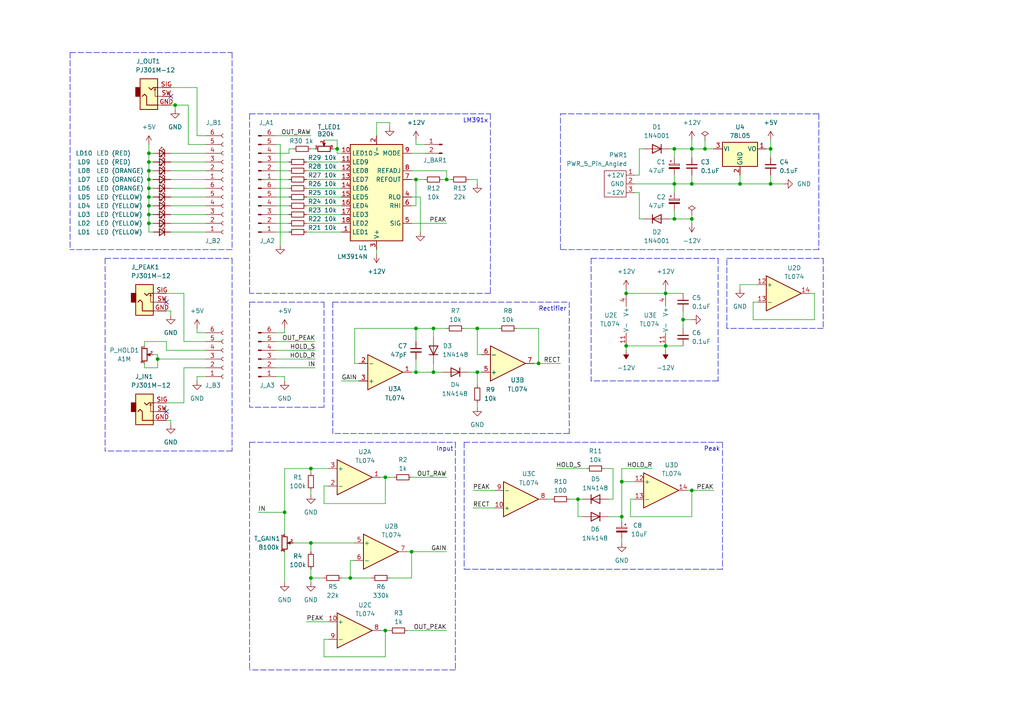
<source format=kicad_sch>
(kicad_sch (version 20231120) (generator "eeschema") (generator_version "8.0")
  (paper "A4")
  (title_block (title "Avalon Harmonics VU") (rev "v1.0") (company "Avalon Harmonics"))
  (junction (at 43.18 54.61))
  (junction (at 101.6 167.64))
  (junction (at 214.63 53.34))
  (junction (at 111.76 182.88))
  (junction (at 43.18 64.77))
  (junction (at 180.34 139.7))
  (junction (at 200.66 43.18))
  (junction (at 167.64 144.78))
  (junction (at 90.17 135.89))
  (junction (at 43.18 57.15))
  (junction (at 138.43 95.25))
  (junction (at 111.76 138.43))
  (junction (at 120.65 107.95))
  (junction (at 119.38 160.02))
  (junction (at 198.12 92.71))
  (junction (at 43.18 46.99))
  (junction (at 193.04 85.09))
  (junction (at 156.21 105.41))
  (junction (at 195.58 63.5))
  (junction (at 223.52 43.18))
  (junction (at 82.55 148.59))
  (junction (at 120.65 95.25))
  (junction (at 90.17 167.64))
  (junction (at 43.18 44.45))
  (junction (at 43.18 52.07))
  (junction (at 195.58 43.18))
  (junction (at 204.47 43.18))
  (junction (at 90.17 157.48))
  (junction (at 180.34 149.86))
  (junction (at 120.65 52.07))
  (junction (at 138.43 107.95))
  (junction (at 43.18 49.53))
  (junction (at 223.52 53.34))
  (junction (at 200.66 142.24))
  (junction (at 45.72 104.14))
  (junction (at 181.61 100.33))
  (junction (at 195.58 53.34))
  (junction (at 125.73 107.95))
  (junction (at 181.61 85.09))
  (junction (at 50.8 30.48))
  (junction (at 97.79 43.18))
  (junction (at 200.66 53.34))
  (junction (at 129.54 52.07))
  (junction (at 200.66 63.5))
  (junction (at 193.04 100.33))
  (junction (at 43.18 62.23))
  (junction (at 43.18 59.69))
  (junction (at 125.73 95.25))
  (no_connect (at 49.53 27.94))
  (no_connect (at 48.26 119.38))
  (no_connect (at 48.26 87.63))
  (wire (pts (xy 44.45 44.45) (xy 43.18 44.45)))
  (wire (pts (xy 57.15 96.52) (xy 59.69 96.52)))
  (wire (pts (xy 102.87 105.41) (xy 102.87 95.25)))
  (wire (pts (xy 43.18 49.53) (xy 43.18 46.99)))
  (polyline (pts (xy 72.39 87.63) (xy 72.39 118.11)) (stroke (width 0) (type dash)))
  (wire (pts (xy 85.09 157.48) (xy 90.17 157.48)))
  (wire (pts (xy 111.76 138.43) (xy 114.3 138.43)))
  (wire (pts (xy 53.34 99.06) (xy 59.69 99.06)))
  (wire (pts (xy 49.53 54.61) (xy 59.69 54.61)))
  (polyline (pts (xy 96.52 87.63) (xy 96.52 125.73)) (stroke (width 0) (type dash)))
  (wire (pts (xy 138.43 95.25) (xy 144.78 95.25)))
  (polyline (pts (xy 208.28 74.93) (xy 208.28 110.49)) (stroke (width 0) (type dash)))
  (wire (pts (xy 181.61 83.82) (xy 181.61 85.09)))
  (wire (pts (xy 57.15 96.52) (xy 57.15 95.25)))
  (wire (pts (xy 180.34 135.89) (xy 180.34 139.7)))
  (wire (pts (xy 97.79 40.64) (xy 97.79 43.18)))
  (wire (pts (xy 41.91 105.41) (xy 41.91 106.68)))
  (wire (pts (xy 45.72 104.14) (xy 45.72 106.68)))
  (wire (pts (xy 44.45 59.69) (xy 43.18 59.69)))
  (wire (pts (xy 218.44 92.71) (xy 236.22 92.71)))
  (polyline (pts (xy 237.49 72.39) (xy 162.56 72.39)) (stroke (width 0) (type dash)))
  (polyline (pts (xy 93.98 87.63) (xy 93.98 118.11)) (stroke (width 0) (type dash)))
  (wire (pts (xy 175.26 135.89) (xy 177.8 135.89)))
  (wire (pts (xy 48.26 101.6) (xy 59.69 101.6)))
  (wire (pts (xy 54.61 41.91) (xy 54.61 30.48)))
  (wire (pts (xy 138.43 107.95) (xy 138.43 111.76)))
  (wire (pts (xy 41.91 106.68) (xy 45.72 106.68)))
  (wire (pts (xy 44.45 54.61) (xy 43.18 54.61)))
  (wire (pts (xy 82.55 135.89) (xy 90.17 135.89)))
  (wire (pts (xy 119.38 44.45) (xy 123.19 44.45)))
  (wire (pts (xy 119.38 167.64) (xy 113.03 167.64)))
  (wire (pts (xy 195.58 53.34) (xy 200.66 53.34)))
  (wire (pts (xy 120.65 99.06) (xy 120.65 95.25)))
  (wire (pts (xy 184.15 139.7) (xy 180.34 139.7)))
  (wire (pts (xy 80.01 109.22) (xy 82.55 109.22)))
  (polyline (pts (xy 30.48 74.93) (xy 30.48 130.81)) (stroke (width 0) (type dash)))
  (wire (pts (xy 88.9 46.99) (xy 99.06 46.99)))
  (wire (pts (xy 44.45 49.53) (xy 43.18 49.53)))
  (wire (pts (xy 138.43 107.95) (xy 139.7 107.95)))
  (polyline (pts (xy 72.39 128.27) (xy 132.08 128.27)) (stroke (width 0) (type dash)))
  (wire (pts (xy 195.58 63.5) (xy 200.66 63.5)))
  (wire (pts (xy 88.9 64.77) (xy 99.06 64.77)))
  (wire (pts (xy 195.58 50.8) (xy 195.58 53.34)))
  (wire (pts (xy 121.92 67.31) (xy 121.92 57.15)))
  (wire (pts (xy 101.6 167.64) (xy 101.6 162.56)))
  (wire (pts (xy 177.8 144.78) (xy 177.8 135.89)))
  (wire (pts (xy 137.16 147.32) (xy 143.51 147.32)))
  (wire (pts (xy 180.34 156.21) (xy 180.34 157.48)))
  (wire (pts (xy 82.55 148.59) (xy 82.55 154.94)))
  (wire (pts (xy 180.34 139.7) (xy 180.34 149.86)))
  (wire (pts (xy 182.88 144.78) (xy 182.88 149.86)))
  (wire (pts (xy 200.66 92.71) (xy 198.12 92.71)))
  (wire (pts (xy 80.01 52.07) (xy 83.82 52.07)))
  (wire (pts (xy 83.82 44.45) (xy 80.01 44.45)))
  (wire (pts (xy 198.12 85.09) (xy 193.04 85.09)))
  (wire (pts (xy 49.53 57.15) (xy 59.69 57.15)))
  (wire (pts (xy 43.18 46.99) (xy 44.45 46.99)))
  (polyline (pts (xy 132.08 128.27) (xy 132.08 194.31)) (stroke (width 0) (type dash)))
  (wire (pts (xy 120.65 41.91) (xy 120.65 40.64)))
  (wire (pts (xy 49.53 121.92) (xy 49.53 123.19)))
  (wire (pts (xy 74.93 148.59) (xy 82.55 148.59)))
  (wire (pts (xy 180.34 135.89) (xy 189.23 135.89)))
  (wire (pts (xy 125.73 95.25) (xy 125.73 97.79)))
  (wire (pts (xy 97.79 44.45) (xy 99.06 44.45)))
  (wire (pts (xy 125.73 95.25) (xy 129.54 95.25)))
  (polyline (pts (xy 93.98 118.11) (xy 72.39 118.11)) (stroke (width 0) (type dash)))
  (wire (pts (xy 107.95 167.64) (xy 101.6 167.64)))
  (wire (pts (xy 53.34 99.06) (xy 53.34 85.09)))
  (wire (pts (xy 120.65 95.25) (xy 125.73 95.25)))
  (wire (pts (xy 49.53 49.53) (xy 59.69 49.53)))
  (wire (pts (xy 119.38 107.95) (xy 120.65 107.95)))
  (wire (pts (xy 200.66 40.64) (xy 200.66 43.18)))
  (wire (pts (xy 120.65 59.69) (xy 120.65 52.07)))
  (wire (pts (xy 227.33 53.34) (xy 223.52 53.34)))
  (polyline (pts (xy 171.45 74.93) (xy 208.28 74.93)) (stroke (width 0) (type dash)))
  (wire (pts (xy 200.66 45.72) (xy 200.66 43.18)))
  (wire (pts (xy 109.22 72.39) (xy 109.22 73.66)))
  (wire (pts (xy 185.42 43.18) (xy 186.69 43.18)))
  (wire (pts (xy 214.63 82.55) (xy 214.63 83.82)))
  (polyline (pts (xy 171.45 74.93) (xy 171.45 110.49)) (stroke (width 0) (type dash)))
  (wire (pts (xy 48.26 99.06) (xy 41.91 99.06)))
  (wire (pts (xy 138.43 53.34) (xy 138.43 52.07)))
  (polyline (pts (xy 165.1 87.63) (xy 165.1 125.73)) (stroke (width 0) (type dash)))
  (wire (pts (xy 49.53 59.69) (xy 59.69 59.69)))
  (wire (pts (xy 49.53 67.31) (xy 59.69 67.31)))
  (polyline (pts (xy 67.31 74.93) (xy 67.31 130.81)) (stroke (width 0) (type dash)))
  (wire (pts (xy 90.17 157.48) (xy 90.17 160.02)))
  (wire (pts (xy 88.9 59.69) (xy 99.06 59.69)))
  (wire (pts (xy 120.65 52.07) (xy 119.38 52.07)))
  (wire (pts (xy 49.53 46.99) (xy 59.69 46.99)))
  (wire (pts (xy 80.01 49.53) (xy 83.82 49.53)))
  (wire (pts (xy 57.15 109.22) (xy 57.15 110.49)))
  (wire (pts (xy 90.17 43.18) (xy 91.44 43.18)))
  (polyline (pts (xy 162.56 33.02) (xy 237.49 33.02)) (stroke (width 0) (type dash)))
  (wire (pts (xy 200.66 62.23) (xy 200.66 63.5)))
  (wire (pts (xy 109.22 35.56) (xy 109.22 39.37)))
  (wire (pts (xy 200.66 43.18) (xy 204.47 43.18)))
  (polyline (pts (xy 209.55 165.1) (xy 134.62 165.1)) (stroke (width 0) (type dash)))
  (wire (pts (xy 128.27 52.07) (xy 129.54 52.07)))
  (polyline (pts (xy 67.31 15.24) (xy 67.31 72.39)) (stroke (width 0) (type dash)))
  (wire (pts (xy 85.09 43.18) (xy 83.82 43.18)))
  (wire (pts (xy 195.58 53.34) (xy 195.58 55.88)))
  (wire (pts (xy 80.01 54.61) (xy 83.82 54.61)))
  (wire (pts (xy 119.38 59.69) (xy 120.65 59.69)))
  (wire (pts (xy 138.43 95.25) (xy 138.43 102.87)))
  (wire (pts (xy 88.9 57.15) (xy 99.06 57.15)))
  (wire (pts (xy 80.01 96.52) (xy 82.55 96.52)))
  (wire (pts (xy 95.25 185.42) (xy 93.98 185.42)))
  (wire (pts (xy 53.34 106.68) (xy 59.69 106.68)))
  (wire (pts (xy 194.31 63.5) (xy 195.58 63.5)))
  (wire (pts (xy 53.34 116.84) (xy 53.34 106.68)))
  (wire (pts (xy 88.9 54.61) (xy 99.06 54.61)))
  (wire (pts (xy 236.22 85.09) (xy 234.95 85.09)))
  (polyline (pts (xy 72.39 128.27) (xy 72.39 194.31)) (stroke (width 0) (type dash)))
  (wire (pts (xy 135.89 107.95) (xy 138.43 107.95)))
  (wire (pts (xy 185.42 50.8) (xy 185.42 43.18)))
  (wire (pts (xy 90.17 135.89) (xy 95.25 135.89)))
  (polyline (pts (xy 20.32 15.24) (xy 67.31 15.24)) (stroke (width 0) (type dash)))
  (wire (pts (xy 90.17 135.89) (xy 90.17 137.16)))
  (polyline (pts (xy 142.24 85.09) (xy 72.39 85.09)) (stroke (width 0) (type dash)))
  (polyline (pts (xy 72.39 33.02) (xy 72.39 85.09)) (stroke (width 0) (type dash)))
  (wire (pts (xy 93.98 40.64) (xy 97.79 40.64)))
  (wire (pts (xy 96.52 43.18) (xy 97.79 43.18)))
  (wire (pts (xy 200.66 149.86) (xy 200.66 142.24)))
  (wire (pts (xy 167.64 144.78) (xy 167.64 149.86)))
  (wire (pts (xy 83.82 43.18) (xy 83.82 44.45)))
  (wire (pts (xy 57.15 39.37) (xy 59.69 39.37)))
  (wire (pts (xy 49.53 62.23) (xy 59.69 62.23)))
  (polyline (pts (xy 238.76 95.25) (xy 210.82 95.25)) (stroke (width 0) (type dash)))
  (polyline (pts (xy 210.82 74.93) (xy 238.76 74.93)) (stroke (width 0) (type dash)))
  (wire (pts (xy 80.01 101.6) (xy 91.44 101.6)))
  (wire (pts (xy 49.53 121.92) (xy 48.26 121.92)))
  (polyline (pts (xy 72.39 33.02) (xy 142.24 33.02)) (stroke (width 0) (type dash)))
  (wire (pts (xy 137.16 142.24) (xy 143.51 142.24)))
  (wire (pts (xy 90.17 167.64) (xy 93.98 167.64)))
  (wire (pts (xy 170.18 135.89) (xy 161.29 135.89)))
  (wire (pts (xy 200.66 50.8) (xy 200.66 53.34)))
  (wire (pts (xy 185.42 55.88) (xy 184.15 55.88)))
  (wire (pts (xy 156.21 105.41) (xy 162.56 105.41)))
  (wire (pts (xy 200.66 63.5) (xy 200.66 64.77)))
  (wire (pts (xy 43.18 62.23) (xy 43.18 59.69)))
  (wire (pts (xy 119.38 160.02) (xy 129.54 160.02)))
  (wire (pts (xy 113.03 36.83) (xy 113.03 35.56)))
  (wire (pts (xy 44.45 64.77) (xy 43.18 64.77)))
  (wire (pts (xy 80.01 67.31) (xy 83.82 67.31)))
  (wire (pts (xy 200.66 142.24) (xy 199.39 142.24)))
  (wire (pts (xy 223.52 50.8) (xy 223.52 53.34)))
  (wire (pts (xy 88.9 67.31) (xy 99.06 67.31)))
  (wire (pts (xy 118.11 182.88) (xy 129.54 182.88)))
  (wire (pts (xy 43.18 41.91) (xy 43.18 44.45)))
  (wire (pts (xy 158.75 144.78) (xy 160.02 144.78)))
  (wire (pts (xy 82.55 160.02) (xy 82.55 168.91)))
  (wire (pts (xy 185.42 63.5) (xy 185.42 55.88)))
  (polyline (pts (xy 209.55 128.27) (xy 209.55 165.1)) (stroke (width 0) (type dash)))
  (wire (pts (xy 43.18 64.77) (xy 43.18 62.23)))
  (polyline (pts (xy 96.52 87.63) (xy 165.1 87.63)) (stroke (width 0) (type dash)))
  (wire (pts (xy 184.15 53.34) (xy 195.58 53.34)))
  (wire (pts (xy 80.01 99.06) (xy 91.44 99.06)))
  (wire (pts (xy 111.76 146.05) (xy 111.76 138.43)))
  (wire (pts (xy 180.34 149.86) (xy 180.34 151.13)))
  (wire (pts (xy 149.86 95.25) (xy 156.21 95.25)))
  (wire (pts (xy 82.55 95.25) (xy 82.55 96.52)))
  (wire (pts (xy 181.61 85.09) (xy 193.04 85.09)))
  (wire (pts (xy 44.45 62.23) (xy 43.18 62.23)))
  (wire (pts (xy 185.42 63.5) (xy 186.69 63.5)))
  (wire (pts (xy 88.9 62.23) (xy 99.06 62.23)))
  (wire (pts (xy 200.66 142.24) (xy 207.01 142.24)))
  (wire (pts (xy 193.04 83.82) (xy 193.04 85.09)))
  (wire (pts (xy 195.58 43.18) (xy 194.31 43.18)))
  (polyline (pts (xy 134.62 128.27) (xy 209.55 128.27)) (stroke (width 0) (type dash)))
  (wire (pts (xy 111.76 182.88) (xy 113.03 182.88)))
  (wire (pts (xy 93.98 146.05) (xy 111.76 146.05)))
  (wire (pts (xy 195.58 63.5) (xy 195.58 60.96)))
  (wire (pts (xy 134.62 95.25) (xy 138.43 95.25)))
  (wire (pts (xy 193.04 100.33) (xy 198.12 100.33)))
  (wire (pts (xy 125.73 107.95) (xy 128.27 107.95)))
  (wire (pts (xy 50.8 30.48) (xy 49.53 30.48)))
  (polyline (pts (xy 72.39 87.63) (xy 93.98 87.63)) (stroke (width 0) (type dash)))
  (wire (pts (xy 43.18 44.45) (xy 43.18 46.99)))
  (wire (pts (xy 176.53 149.86) (xy 180.34 149.86)))
  (wire (pts (xy 121.92 57.15) (xy 119.38 57.15)))
  (wire (pts (xy 123.19 41.91) (xy 120.65 41.91)))
  (wire (pts (xy 119.38 160.02) (xy 119.38 167.64)))
  (wire (pts (xy 49.53 64.77) (xy 59.69 64.77)))
  (wire (pts (xy 43.18 54.61) (xy 43.18 52.07)))
  (wire (pts (xy 119.38 138.43) (xy 129.54 138.43)))
  (polyline (pts (xy 210.82 95.25) (xy 210.82 74.93)) (stroke (width 0) (type dash)))
  (wire (pts (xy 90.17 165.1) (xy 90.17 167.64)))
  (wire (pts (xy 57.15 25.4) (xy 57.15 39.37)))
  (wire (pts (xy 57.15 109.22) (xy 59.69 109.22)))
  (polyline (pts (xy 132.08 194.31) (xy 72.39 194.31)) (stroke (width 0) (type dash)))
  (wire (pts (xy 195.58 43.18) (xy 200.66 43.18)))
  (wire (pts (xy 204.47 40.64) (xy 204.47 43.18)))
  (wire (pts (xy 49.53 90.17) (xy 49.53 91.44)))
  (wire (pts (xy 93.98 190.5) (xy 111.76 190.5)))
  (wire (pts (xy 49.53 90.17) (xy 48.26 90.17)))
  (wire (pts (xy 80.01 57.15) (xy 83.82 57.15)))
  (wire (pts (xy 44.45 52.07) (xy 43.18 52.07)))
  (wire (pts (xy 218.44 87.63) (xy 218.44 92.71)))
  (polyline (pts (xy 237.49 33.02) (xy 237.49 72.39)) (stroke (width 0) (type dash)))
  (wire (pts (xy 48.26 101.6) (xy 48.26 99.06)))
  (wire (pts (xy 49.53 44.45) (xy 59.69 44.45)))
  (wire (pts (xy 80.01 104.14) (xy 91.44 104.14)))
  (wire (pts (xy 49.53 52.07) (xy 59.69 52.07)))
  (wire (pts (xy 80.01 39.37) (xy 90.17 39.37)))
  (wire (pts (xy 184.15 50.8) (xy 185.42 50.8)))
  (wire (pts (xy 181.61 100.33) (xy 193.04 100.33)))
  (wire (pts (xy 90.17 167.64) (xy 90.17 168.91)))
  (polyline (pts (xy 67.31 130.81) (xy 30.48 130.81)) (stroke (width 0) (type dash)))
  (wire (pts (xy 120.65 107.95) (xy 125.73 107.95)))
  (wire (pts (xy 219.71 87.63) (xy 218.44 87.63)))
  (wire (pts (xy 125.73 105.41) (xy 125.73 107.95)))
  (polyline (pts (xy 208.28 110.49) (xy 171.45 110.49)) (stroke (width 0) (type dash)))
  (wire (pts (xy 111.76 182.88) (xy 110.49 182.88)))
  (wire (pts (xy 120.65 104.14) (xy 120.65 107.95)))
  (wire (pts (xy 182.88 149.86) (xy 200.66 149.86)))
  (wire (pts (xy 44.45 67.31) (xy 43.18 67.31)))
  (wire (pts (xy 118.11 160.02) (xy 119.38 160.02)))
  (polyline (pts (xy 30.48 74.93) (xy 67.31 74.93)) (stroke (width 0) (type dash)))
  (wire (pts (xy 204.47 43.18) (xy 207.01 43.18)))
  (wire (pts (xy 80.01 46.99) (xy 83.82 46.99)))
  (wire (pts (xy 44.45 57.15) (xy 43.18 57.15)))
  (wire (pts (xy 93.98 140.97) (xy 95.25 140.97)))
  (wire (pts (xy 223.52 45.72) (xy 223.52 43.18)))
  (wire (pts (xy 156.21 105.41) (xy 156.21 95.25)))
  (wire (pts (xy 184.15 144.78) (xy 182.88 144.78)))
  (wire (pts (xy 101.6 162.56) (xy 102.87 162.56)))
  (wire (pts (xy 138.43 52.07) (xy 135.89 52.07)))
  (wire (pts (xy 181.61 100.33) (xy 181.61 101.6)))
  (polyline (pts (xy 67.31 72.39) (xy 20.32 72.39)) (stroke (width 0) (type dash)))
  (wire (pts (xy 139.7 102.87) (xy 138.43 102.87)))
  (wire (pts (xy 53.34 85.09) (xy 48.26 85.09)))
  (wire (pts (xy 88.9 180.34) (xy 95.25 180.34)))
  (wire (pts (xy 214.63 53.34) (xy 223.52 53.34)))
  (wire (pts (xy 214.63 50.8) (xy 214.63 53.34)))
  (wire (pts (xy 82.55 109.22) (xy 82.55 110.49)))
  (wire (pts (xy 176.53 144.78) (xy 177.8 144.78)))
  (wire (pts (xy 48.26 116.84) (xy 53.34 116.84)))
  (wire (pts (xy 45.72 102.87) (xy 45.72 104.14)))
  (wire (pts (xy 102.87 95.25) (xy 120.65 95.25)))
  (wire (pts (xy 165.1 144.78) (xy 167.64 144.78)))
  (wire (pts (xy 167.64 144.78) (xy 168.91 144.78)))
  (wire (pts (xy 43.18 57.15) (xy 43.18 54.61)))
  (polyline (pts (xy 238.76 74.93) (xy 238.76 95.25)) (stroke (width 0) (type dash)))
  (wire (pts (xy 219.71 82.55) (xy 214.63 82.55)))
  (wire (pts (xy 82.55 135.89) (xy 82.55 148.59)))
  (wire (pts (xy 80.01 64.77) (xy 83.82 64.77)))
  (wire (pts (xy 223.52 40.64) (xy 223.52 43.18)))
  (wire (pts (xy 129.54 52.07) (xy 130.81 52.07)))
  (wire (pts (xy 50.8 30.48) (xy 50.8 31.75)))
  (wire (pts (xy 43.18 59.69) (xy 43.18 57.15)))
  (wire (pts (xy 43.18 52.07) (xy 43.18 49.53)))
  (polyline (pts (xy 20.32 15.24) (xy 20.32 72.39)) (stroke (width 0) (type dash)))
  (wire (pts (xy 236.22 92.71) (xy 236.22 85.09)))
  (wire (pts (xy 111.76 138.43) (xy 110.49 138.43)))
  (wire (pts (xy 99.06 167.64) (xy 101.6 167.64)))
  (wire (pts (xy 49.53 25.4) (xy 57.15 25.4)))
  (wire (pts (xy 81.28 41.91) (xy 81.28 71.12)))
  (wire (pts (xy 198.12 92.71) (xy 198.12 95.25)))
  (polyline (pts (xy 165.1 125.73) (xy 96.52 125.73)) (stroke (width 0) (type dash)))
  (wire (pts (xy 41.91 99.06) (xy 41.91 100.33)))
  (wire (pts (xy 93.98 140.97) (xy 93.98 146.05)))
  (wire (pts (xy 93.98 185.42) (xy 93.98 190.5)))
  (wire (pts (xy 54.61 30.48) (xy 50.8 30.48)))
  (wire (pts (xy 43.18 67.31) (xy 43.18 64.77)))
  (wire (pts (xy 198.12 92.71) (xy 198.12 90.17)))
  (wire (pts (xy 104.14 105.41) (xy 102.87 105.41)))
  (wire (pts (xy 120.65 52.07) (xy 123.19 52.07)))
  (wire (pts (xy 88.9 49.53) (xy 99.06 49.53)))
  (wire (pts (xy 138.43 116.84) (xy 138.43 118.11)))
  (polyline (pts (xy 162.56 72.39) (xy 162.56 33.02)) (stroke (width 0) (type dash)))
  (wire (pts (xy 54.61 41.91) (xy 59.69 41.91)))
  (wire (pts (xy 119.38 64.77) (xy 129.54 64.77)))
  (wire (pts (xy 119.38 49.53) (xy 129.54 49.53)))
  (wire (pts (xy 223.52 43.18) (xy 222.25 43.18)))
  (wire (pts (xy 90.17 142.24) (xy 90.17 143.51)))
  (wire (pts (xy 195.58 43.18) (xy 195.58 45.72)))
  (polyline (pts (xy 142.24 33.02) (xy 142.24 85.09)) (stroke (width 0) (type dash)))
  (wire (pts (xy 97.79 43.18) (xy 97.79 44.45)))
  (wire (pts (xy 80.01 62.23) (xy 83.82 62.23)))
  (wire (pts (xy 45.72 104.14) (xy 59.69 104.14)))
  (wire (pts (xy 44.45 102.87) (xy 45.72 102.87)))
  (wire (pts (xy 80.01 106.68) (xy 91.44 106.68)))
  (wire (pts (xy 156.21 105.41) (xy 154.94 105.41)))
  (wire (pts (xy 80.01 41.91) (xy 81.28 41.91)))
  (wire (pts (xy 193.04 100.33) (xy 193.04 101.6)))
  (wire (pts (xy 99.06 110.49) (xy 104.14 110.49)))
  (wire (pts (xy 88.9 52.07) (xy 99.06 52.07)))
  (polyline (pts (xy 134.62 128.27) (xy 134.62 165.1)) (stroke (width 0) (type dash)))
  (wire (pts (xy 90.17 157.48) (xy 102.87 157.48)))
  (wire (pts (xy 200.66 53.34) (xy 214.63 53.34)))
  (wire (pts (xy 129.54 49.53) (xy 129.54 52.07)))
  (wire (pts (xy 111.76 190.5) (xy 111.76 182.88)))
  (wire (pts (xy 80.01 59.69) (xy 83.82 59.69)))
  (wire (pts (xy 167.64 149.86) (xy 168.91 149.86)))
  (wire (pts (xy 113.03 35.56) (xy 109.22 35.56)))
  (text "Input" (at 129.032 130.302 0) (effects (font (size 1.27 1.27))))
  (text "LM391x" (at 137.922 35.052 0) (effects (font (size 1.27 1.27))))
  (text "Rectifier" (at 160.274 89.662 0) (effects (font (size 1.27 1.27))))
  (text "Peak" (at 206.502 130.302 0) (effects (font (size 1.27 1.27))))
  (label "RECT" (at 162.56 105.41 180))
  (label "OUT_PEAK" (at 91.44 99.06 180))
  (label "OUT_PEAK" (at 129.54 182.88 180))
  (label "GAIN" (at 99.06 110.49 0))
  (label "PEAK" (at 137.16 142.24 0))
  (label "HOLD_R" (at 189.23 135.89 180))
  (label "OUT_RAW" (at 129.54 138.43 180))
  (label "RECT" (at 137.16 147.32 0))
  (label "IN" (at 74.93 148.59 0))
  (label "GAIN" (at 129.54 160.02 180))
  (label "IN" (at 91.44 106.68 180))
  (label "PEAK" (at 207.01 142.24 180))
  (label "PEAK" (at 88.9 180.34 0))
  (label "PEAK" (at 129.54 64.77 180))
  (label "HOLD_R" (at 91.44 104.14 180))
  (label "OUT_RAW" (at 90.17 39.37 180))
  (label "HOLD_S" (at 91.44 101.6 180))
  (label "HOLD_S" (at 161.29 135.89 0))
  (symbol (lib_id "Device:R_Small") (at 90.17 139.7 0) (mirror x) (unit 1)
    (property "Reference" "R1" (at 86.36 138.43 0))
    (property "Value" "100k" (at 86.36 140.97 0))
    (property "Footprint" "Resistor_THT:R_Axial_DIN0207_L6.3mm_D2.5mm_P10.16mm_Horizontal" (effects (hide yes)))
  )
  (symbol (lib_id "Device:R_Potentiometer_Small") (at 93.98 43.18 90) (unit 1)
    (property "Reference" "T_LED1" (at 95.504 36.83 90))
    (property "Value" "B20k" (at 94.488 38.862 90))
    (property "Footprint" "Potentiometer_THT:Potentiometer_Runtron_RM-065_Vertical" (effects (hide yes)))
  )
  (symbol (lib_id "Eurorack:PJ301M-12") (at 41.91 85.09 0) (unit 1)
    (property "Reference" "J_PEAK1" (at 46.228 77.47 0) (effects (justify right)))
    (property "Value" "PJ301M-12" (at 49.53 80.01 0) (effects (justify right)))
    (property "Footprint" "Eurorack:PJ301M-12" (effects (hide yes)))
  )
  (symbol (lib_id "Connector:Conn_01x06_Female") (at 64.77 104.14 0) (mirror x) (unit 1)
    (property "Reference" "J_B3" (at 59.436 111.76 0) (effects (justify left)))
    (property "Value" "Conn_01x06_Female" (effects (hide yes)))
    (property "Footprint" "Connector_PinHeader_2.54mm:PinHeader_1x06_P2.54mm_Vertical" (effects (hide yes)))
  )
  (symbol (lib_id "Device:R_Small") (at 116.84 138.43 270) (unit 1)
    (property "Reference" "R2" (at 116.84 133.35 90))
    (property "Value" "1k" (at 116.84 135.89 90))
    (property "Footprint" "Resistor_THT:R_Axial_DIN0207_L6.3mm_D2.5mm_P10.16mm_Horizontal" (effects (hide yes)))
  )
  (symbol (lib_id "power:PWR_FLAG") (at 204.47 40.64 0) (unit 1)
    (property "Reference" "#FLG01" (effects (hide yes)))
    (property "Value" "PWR_FLAG" (effects (hide yes)))
  )
  (symbol (lib_id "Amplifier_Operational:TL074") (at 184.15 92.71 0) (unit 5)
    (property "Reference" "U2" (at 175.26 91.44 0) (effects (justify left)))
    (property "Value" "TL074" (at 173.99 93.98 0) (effects (justify left)))
    (property "Footprint" "Package_DIP:DIP-14_W7.62mm_Socket_LongPads" (effects (hide yes)))
    (property "Datasheet" "http://www.ti.com/lit/ds/symlink/tl071.pdf" (effects (hide yes)))
  )
  (symbol (lib_id "Device:R_Small") (at 86.36 46.99 270) (mirror x) (unit 1)
    (property "Reference" "R29" (at 91.2608 45.72 90))
    (property "Value" "10k" (at 95.8328 45.72 90))
    (property "Footprint" "Resistor_THT:R_Axial_DIN0207_L6.3mm_D2.5mm_P10.16mm_Horizontal" (effects (hide yes)))
  )
  (symbol (lib_id "Eurorack:PJ301M-12") (at 43.18 25.4 0) (unit 1)
    (property "Reference" "J_OUT1" (at 46.482 17.78 0) (effects (justify right)))
    (property "Value" "PJ301M-12" (at 50.8 20.32 0) (effects (justify right)))
    (property "Footprint" "Eurorack:PJ301M-12" (effects (hide yes)))
  )
  (symbol (lib_id "Device:C_Polarized_Small") (at 195.58 58.42 0) (unit 1)
    (property "Reference" "C2" (at 191.77 57.15 0))
    (property "Value" "47uF" (at 190.5 59.69 0))
    (property "Footprint" "Capacitor_THT:CP_Radial_D6.3mm_P2.50mm" (effects (hide yes)))
  )
  (symbol (lib_id "power:GND") (at 82.55 168.91 0) (unit 1)
    (property "Reference" "#PWR028" (effects (hide yes)))
    (property "Value" "GND" (at 82.55 173.99 0))
  )
  (symbol (lib_id "Connector:Conn_01x06_Female") (at 64.77 46.99 0) (mirror x) (unit 1)
    (property "Reference" "J_B1" (at 59.69 35.56 0) (effects (justify left)))
    (property "Value" "Conn_01x06_Female" (effects (hide yes)))
    (property "Footprint" "Connector_PinHeader_2.54mm:PinHeader_1x06_P2.54mm_Vertical" (effects (hide yes)))
  )
  (symbol (lib_id "Amplifier_Operational:TL074") (at 151.13 144.78 0) (mirror x) (unit 3)
    (property "Reference" "U3" (at 151.384 137.414 0) (effects (justify left)))
    (property "Value" "TL074" (at 150.495 140.081 0) (effects (justify left)))
    (property "Footprint" "Package_DIP:DIP-14_W7.62mm_Socket_LongPads" (effects (hide yes)))
    (property "Datasheet" "http://www.ti.com/lit/ds/symlink/tl071.pdf" (effects (hide yes)))
  )
  (symbol (lib_id "Device:LED_Small") (at 46.99 44.45 0) (mirror y) (unit 1)
    (property "Reference" "LD10" (at 24.384 44.45 0))
    (property "Value" "LED (RED)" (at 27.94 44.45 0) (effects (justify right)))
    (property "Footprint" "LED_THT:LED_D3.0mm_FlatTop" (effects (hide yes)))
    (property "Sim.Device" "SPICE" (effects (hide yes)))
    (property "Sim.Params" "type=\"D\" model=\"LED_GENERAL\" lib=\"/home/ebu/Documents/KiCad/KiCad-Spice-Library/Models/Diode/led.lib\"" (effects (hide yes)))
    (property "Sim.Pins" "1=1 2=2" (effects (hide yes)))
  )
  (symbol (lib_id "power:GND") (at 121.92 67.31 0) (unit 1)
    (property "Reference" "#PWR019" (effects (hide yes)))
    (property "Value" "GND" (effects (hide yes)))
  )
  (symbol (lib_id "Device:R_Small") (at 162.56 144.78 270) (unit 1)
    (property "Reference" "R10" (at 162.56 139.7 90))
    (property "Value" "100" (at 162.56 142.24 90))
    (property "Footprint" "Resistor_THT:R_Axial_DIN0207_L6.3mm_D2.5mm_P10.16mm_Horizontal" (effects (hide yes)))
  )
  (symbol (lib_id "Device:R_Small") (at 115.57 182.88 270) (unit 1)
    (property "Reference" "R3" (at 115.57 177.8 90))
    (property "Value" "1k" (at 115.57 180.34 90))
    (property "Footprint" "Resistor_THT:R_Axial_DIN0207_L6.3mm_D2.5mm_P10.16mm_Horizontal" (effects (hide yes)))
  )
  (symbol (lib_id "Device:LED_Small") (at 46.99 59.69 0) (mirror y) (unit 1)
    (property "Reference" "LD4" (at 24.384 59.69 0))
    (property "Value" "LED (YELLOW)" (at 27.94 59.69 0) (effects (justify right)))
    (property "Footprint" "LED_THT:LED_D3.0mm_FlatTop" (effects (hide yes)))
    (property "Sim.Device" "SPICE" (effects (hide yes)))
    (property "Sim.Params" "type=\"D\" model=\"LED_GENERAL\" lib=\"/home/ebu/Documents/KiCad/KiCad-Spice-Library/Models/Diode/led.lib\"" (effects (hide yes)))
    (property "Sim.Pins" "1=1 2=2" (effects (hide yes)))
  )
  (symbol (lib_id "Diode:1N4148") (at 172.72 144.78 0) (unit 1)
    (property "Reference" "D5" (at 172.72 138.938 0))
    (property "Value" "1N4148" (at 172.6406 141.5615 0))
    (property "Footprint" "Diode_THT:D_DO-35_SOD27_P7.62mm_Horizontal" (effects (hide yes)))
    (property "Datasheet" "https://assets.nexperia.com/documents/data-sheet/1N4148_1N4448.pdf" (effects (hide yes)))
  )
  (symbol (lib_id "power:+12V") (at 181.61 83.82 0) (unit 1)
    (property "Reference" "#PWR010" (effects (hide yes)))
    (property "Value" "+12V" (at 181.61 78.74 0))
  )
  (symbol (lib_id "Device:R_Small") (at 147.32 95.25 270) (unit 1)
    (property "Reference" "R8" (at 147.32 90.17 90))
    (property "Value" "10k" (at 147.32 92.71 90))
    (property "Footprint" "Resistor_THT:R_Axial_DIN0207_L6.3mm_D2.5mm_P10.16mm_Horizontal" (effects (hide yes)))
  )
  (symbol (lib_id "Device:R_Small") (at 86.36 59.69 270) (mirror x) (unit 1)
    (property "Reference" "R24" (at 91.2608 58.42 90))
    (property "Value" "10k" (at 95.8328 58.42 90))
    (property "Footprint" "Resistor_THT:R_Axial_DIN0207_L6.3mm_D2.5mm_P10.16mm_Horizontal" (effects (hide yes)))
  )
  (symbol (lib_id "Device:R_Small") (at 86.36 49.53 270) (mirror x) (unit 1)
    (property "Reference" "R28" (at 91.2608 48.26 90))
    (property "Value" "10k" (at 95.8328 48.26 90))
    (property "Footprint" "Resistor_THT:R_Axial_DIN0207_L6.3mm_D2.5mm_P10.16mm_Horizontal" (effects (hide yes)))
  )
  (symbol (lib_id "Diode:1N4148") (at 132.08 107.95 180) (unit 1)
    (property "Reference" "D4" (at 131.9965 111.5854 0))
    (property "Value" "1N4148" (at 131.9171 114.2089 0))
    (property "Footprint" "Diode_THT:D_DO-35_SOD27_P7.62mm_Horizontal" (effects (hide yes)))
    (property "Datasheet" "https://assets.nexperia.com/documents/data-sheet/1N4148_1N4448.pdf" (effects (hide yes)))
  )
  (symbol (lib_id "Amplifier_Operational:TL074") (at 191.77 142.24 0) (unit 4)
    (property "Reference" "U3" (at 192.786 134.874 0) (effects (justify left)))
    (property "Value" "TL074" (at 191.892 137.4071 0) (effects (justify left)))
    (property "Footprint" "Package_DIP:DIP-14_W7.62mm_Socket_LongPads" (effects (hide yes)))
    (property "Datasheet" "http://www.ti.com/lit/ds/symlink/tl071.pdf" (effects (hide yes)))
  )
  (symbol (lib_id "Device:C_Polarized_Small") (at 195.58 48.26 0) (unit 1)
    (property "Reference" "C1" (at 191.77 46.99 0))
    (property "Value" "47uF" (at 190.5 49.53 0))
    (property "Footprint" "Capacitor_THT:CP_Radial_D6.3mm_P2.50mm" (effects (hide yes)))
  )
  (symbol (lib_id "Device:R_Small") (at 110.49 167.64 270) (mirror x) (unit 1)
    (property "Reference" "R6" (at 110.49 170.18 90))
    (property "Value" "330k" (at 110.49 172.72 90))
    (property "Footprint" "Resistor_THT:R_Axial_DIN0207_L6.3mm_D2.5mm_P10.16mm_Horizontal" (effects (hide yes)))
  )
  (symbol (lib_id "Device:LED_Small") (at 46.99 57.15 0) (mirror y) (unit 1)
    (property "Reference" "LD5" (at 24.384 57.15 0))
    (property "Value" "LED (YELLOW)" (at 27.94 57.15 0) (effects (justify right)))
    (property "Footprint" "LED_THT:LED_D3.0mm_FlatTop" (effects (hide yes)))
    (property "Sim.Device" "SPICE" (effects (hide yes)))
    (property "Sim.Params" "type=\"D\" model=\"LED_GENERAL\" lib=\"/home/ebu/Documents/KiCad/KiCad-Spice-Library/Models/Diode/led.lib\"" (effects (hide yes)))
    (property "Sim.Pins" "1=1 2=2" (effects (hide yes)))
  )
  (symbol (lib_id "Device:LED_Small") (at 46.99 52.07 0) (mirror y) (unit 1)
    (property "Reference" "LD7" (at 24.384 52.07 0))
    (property "Value" "LED (ORANGE)" (at 27.94 52.07 0) (effects (justify right)))
    (property "Footprint" "LED_THT:LED_D3.0mm_FlatTop" (effects (hide yes)))
    (property "Sim.Device" "SPICE" (effects (hide yes)))
    (property "Sim.Params" "type=\"D\" model=\"LED_GENERAL\" lib=\"/home/ebu/Documents/KiCad/KiCad-Spice-Library/Models/Diode/led.lib\"" (effects (hide yes)))
    (property "Sim.Pins" "1=1 2=2" (effects (hide yes)))
  )
  (symbol (lib_id "Connector:Conn_01x06_Male") (at 74.93 62.23 0) (mirror x) (unit 1)
    (property "Reference" "J_A2" (at 79.756 69.85 0) (effects (justify right)))
    (property "Value" "Conn_01x06_Male" (effects (hide yes)))
    (property "Footprint" "Connector_PinHeader_2.54mm:PinHeader_1x06_P2.54mm_Vertical" (effects (hide yes)))
  )
  (symbol (lib_id "power:GND") (at 82.55 110.49 0) (unit 1)
    (property "Reference" "#PWR025" (effects (hide yes)))
    (property "Value" "GND" (at 82.55 115.57 0))
  )
  (symbol (lib_id "power:GND") (at 200.66 92.71 90) (unit 1)
    (property "Reference" "#PWR06" (effects (hide yes)))
    (property "Value" "GND" (effects (hide yes)))
  )
  (symbol (lib_id "Driver_LED:LM3914N") (at 109.22 57.15 180) (unit 1)
    (property "Reference" "U1" (at 106.68 71.882 0) (effects (justify left)))
    (property "Value" "LM3914N" (at 106.68 74.422 0) (effects (justify left)))
    (property "Footprint" "Package_DIP:DIP-18_W7.62mm_Socket_LongPads" (effects (hide yes)))
    (property "Datasheet" "https://www.ti.com/lit/ds/symlink/lm3914.pdf" (effects (hide yes)))
    (property "Description" "10 LED Dot/Bar Display Driver, DIP-18" (effects (hide yes)))
  )
  (symbol (lib_id "power:GND") (at 90.17 143.51 0) (unit 1)
    (property "Reference" "#PWR014" (effects (hide yes)))
    (property "Value" "GND" (at 90.17 148.59 0))
  )
  (symbol (lib_id "Device:LED_Small") (at 46.99 46.99 0) (mirror y) (unit 1)
    (property "Reference" "LD9" (at 24.384 46.99 0))
    (property "Value" "LED (RED)" (at 27.94 46.99 0) (effects (justify right)))
    (property "Footprint" "LED_THT:LED_D3.0mm_FlatTop" (effects (hide yes)))
    (property "Sim.Device" "SPICE" (effects (hide yes)))
    (property "Sim.Params" "type=\"D\" model=\"LED_GENERAL\" lib=\"/home/ebu/Documents/KiCad/KiCad-Spice-Library/Models/Diode/led.lib\"" (effects (hide yes)))
    (property "Sim.Pins" "1=1 2=2" (effects (hide yes)))
  )
  (symbol (lib_id "Device:R_Small") (at 132.08 95.25 270) (unit 1)
    (property "Reference" "R7" (at 132.08 90.17 90))
    (property "Value" "10k" (at 132.08 92.71 90))
    (property "Footprint" "Resistor_THT:R_Axial_DIN0207_L6.3mm_D2.5mm_P10.16mm_Horizontal" (effects (hide yes)))
  )
  (symbol (lib_id "Device:R_Small") (at 133.35 52.07 270) (mirror x) (unit 1)
    (property "Reference" "R13" (at 133.35 54.61 90))
    (property "Value" "22k" (at 133.35 57.15 90))
    (property "Footprint" "Resistor_THT:R_Axial_DIN0207_L6.3mm_D2.5mm_P10.16mm_Horizontal" (effects (hide yes)))
  )
  (symbol (lib_id "power:+12V") (at 193.04 83.82 0) (unit 1)
    (property "Reference" "#PWR04" (effects (hide yes)))
    (property "Value" "+12V" (at 193.04 78.74 0))
  )
  (symbol (lib_id "power:+5V") (at 82.55 95.25 0) (unit 1)
    (property "Reference" "#PWR026" (effects (hide yes)))
    (property "Value" "+5V" (at 82.55 90.17 0))
  )
  (symbol (lib_id "Device:R_Small") (at 90.17 162.56 0) (mirror x) (unit 1)
    (property "Reference" "R4" (at 86.36 161.29 0))
    (property "Value" "100k" (at 86.36 163.83 0))
    (property "Footprint" "Resistor_THT:R_Axial_DIN0207_L6.3mm_D2.5mm_P10.16mm_Horizontal" (effects (hide yes)))
  )
  (symbol (lib_id "power:PWR_FLAG") (at 200.66 62.23 0) (unit 1)
    (property "Reference" "#FLG02" (effects (hide yes)))
    (property "Value" "PWR_FLAG" (effects (hide yes)))
  )
  (symbol (lib_id "power:+12V") (at 120.65 40.64 0) (unit 1)
    (property "Reference" "#PWR021" (effects (hide yes)))
    (property "Value" "+12V" (at 120.65 35.56 0))
  )
  (symbol (lib_id "Connector:Conn_01x02_Male") (at 128.27 41.91 0) (mirror y) (unit 1)
    (property "Reference" "J_BAR1" (at 122.682 46.482 0) (effects (justify right)))
    (property "Value" "Conn_01x02_Male" (effects (hide yes)))
    (property "Footprint" "Connector_PinHeader_2.54mm:PinHeader_1x02_P2.54mm_Vertical" (effects (hide yes)))
  )
  (symbol (lib_id "Device:C_Small") (at 120.65 101.6 0) (mirror y) (unit 1)
    (property "Reference" "C7" (at 118.11 100.3362 0) (effects (justify left)))
    (property "Value" "47pF" (at 118.11 102.8762 0) (effects (justify left)))
    (property "Footprint" "Capacitor_THT:C_Disc_D7.0mm_W2.5mm_P5.00mm" (effects (hide yes)))
  )
  (symbol (lib_id "power:GND") (at 49.53 123.19 0) (unit 1)
    (property "Reference" "#PWR08" (effects (hide yes)))
    (property "Value" "GND" (at 49.53 128.27 0))
  )
  (symbol (lib_id "Device:LED_Small") (at 46.99 49.53 0) (mirror y) (unit 1)
    (property "Reference" "LD8" (at 24.384 49.53 0))
    (property "Value" "LED (ORANGE)" (at 27.94 49.53 0) (effects (justify right)))
    (property "Footprint" "LED_THT:LED_D3.0mm_FlatTop" (effects (hide yes)))
    (property "Sim.Device" "SPICE" (effects (hide yes)))
    (property "Sim.Params" "type=\"D\" model=\"LED_GENERAL\" lib=\"/home/ebu/Documents/KiCad/KiCad-Spice-Library/Models/Diode/led.lib\"" (effects (hide yes)))
    (property "Sim.Pins" "1=1 2=2" (effects (hide yes)))
  )
  (symbol (lib_id "Connector:Conn_01x06_Male") (at 74.93 46.99 0) (mirror x) (unit 1)
    (property "Reference" "J_A1" (at 79.502 35.56 0) (effects (justify right)))
    (property "Value" "Conn_01x06_Male" (effects (hide yes)))
    (property "Footprint" "Connector_PinHeader_2.54mm:PinHeader_1x06_P2.54mm_Vertical" (effects (hide yes)))
  )
  (symbol (lib_id "power:GND") (at 81.28 71.12 0) (unit 1)
    (property "Reference" "#PWR029" (effects (hide yes)))
    (property "Value" "GND" (effects (hide yes)))
  )
  (symbol (lib_id "power:GND") (at 113.03 36.83 0) (unit 1)
    (property "Reference" "#PWR017" (effects (hide yes)))
    (property "Value" "GND" (effects (hide yes)))
  )
  (symbol (lib_id "power:+12V") (at 200.66 64.77 180) (unit 1)
    (property "Reference" "#PWR011" (effects (hide yes)))
    (property "Value" "-12V" (at 200.66 69.85 0))
  )
  (symbol (lib_id "power:GND") (at 214.63 83.82 0) (unit 1)
    (property "Reference" "#PWR013" (effects (hide yes)))
    (property "Value" "GND" (at 214.63 88.9 0))
  )
  (symbol (lib_id "Regulator_Linear:L78L05_TO92") (at 214.63 43.18 0) (unit 1)
    (property "Reference" "U4" (at 214.63 36.83 0))
    (property "Value" "78L05" (at 214.63 39.37 0))
    (property "Footprint" "Package_TO_SOT_THT:TO-92_Inline_Wide" (effects (hide yes)))
    (property "Datasheet" "http://www.st.com/content/ccc/resource/technical/document/datasheet/15/55/e5/aa/23/5b/43/fd/CD00000446.pdf/files/CD00000446.pdf/jcr:content/translations/en.CD00000446.pdf" (effects (hide yes)))
  )
  (symbol (lib_id "Device:R_Small") (at 86.36 67.31 270) (mirror x) (unit 1)
    (property "Reference" "R21" (at 91.2608 66.04 90))
    (property "Value" "10k" (at 95.8328 66.04 90))
    (property "Footprint" "Resistor_THT:R_Axial_DIN0207_L6.3mm_D2.5mm_P10.16mm_Horizontal" (effects (hide yes)))
  )
  (symbol (lib_id "power:+12V") (at 200.66 40.64 0) (unit 1)
    (property "Reference" "#PWR01" (effects (hide yes)))
    (property "Value" "+12V" (at 200.66 35.56 0))
  )
  (symbol (lib_id "Connector:Conn_01x06_Female") (at 64.77 62.23 0) (mirror x) (unit 1)
    (property "Reference" "J_B2" (at 59.436 69.85 0) (effects (justify left)))
    (property "Value" "Conn_01x06_Female" (effects (hide yes)))
    (property "Footprint" "Connector_PinHeader_2.54mm:PinHeader_1x06_P2.54mm_Vertical" (effects (hide yes)))
  )
  (symbol (lib_id "power:-12V") (at 193.04 101.6 180) (unit 1)
    (property "Reference" "#PWR05" (effects (hide yes)))
    (property "Value" "-12V" (at 193.04 106.68 0))
  )
  (symbol (lib_id "Eurorack:PWR_5_Pin_Angled") (at 184.15 52.07 0) (unit 1)
    (property "Reference" "PWR1" (at 179.324 44.958 0))
    (property "Value" "PWR_5_Pin_Angled" (at 173.101 47.498 0))
    (property "Footprint" "Eurorack:Eurorack Power 5 Pin Angled" (effects (hide yes)))
  )
  (symbol (lib_id "Device:C_Small") (at 198.12 97.79 0) (unit 1)
    (property "Reference" "C6" (at 200.66 96.5262 0) (effects (justify left)))
    (property "Value" "0.1uF" (at 200.66 99.0662 0) (effects (justify left)))
    (property "Footprint" "Capacitor_THT:C_Disc_D7.0mm_W2.5mm_P5.00mm" (effects (hide yes)))
  )
  (symbol (lib_id "power:GND") (at 138.43 53.34 0) (unit 1)
    (property "Reference" "#PWR020" (effects (hide yes)))
    (property "Value" "GND" (effects (hide yes)))
  )
  (symbol (lib_id "power:+5V") (at 43.18 41.91 0) (unit 1)
    (property "Reference" "#PWR023" (effects (hide yes)))
    (property "Value" "+5V" (at 43.18 36.83 0))
  )
  (symbol (lib_id "Diode:1N4148") (at 125.73 101.6 270) (mirror x) (unit 1)
    (property "Reference" "D3" (at 129.794 100.33 90))
    (property "Value" "1N4148" (at 132.08 102.87 90))
    (property "Footprint" "Diode_THT:D_DO-35_SOD27_P7.62mm_Horizontal" (effects (hide yes)))
    (property "Datasheet" "https://assets.nexperia.com/documents/data-sheet/1N4148_1N4448.pdf" (effects (hide yes)))
  )
  (symbol (lib_id "Amplifier_Operational:TL074") (at 227.33 85.09 0) (unit 4)
    (property "Reference" "U2" (at 228.346 77.724 0) (effects (justify left)))
    (property "Value" "TL074" (at 227.452 80.2571 0) (effects (justify left)))
    (property "Footprint" "Package_DIP:DIP-14_W7.62mm_Socket_LongPads" (effects (hide yes)))
    (property "Datasheet" "http://www.ti.com/lit/ds/symlink/tl071.pdf" (effects (hide yes)))
  )
  (symbol (lib_id "Device:LED_Small") (at 46.99 67.31 0) (mirror y) (unit 1)
    (property "Reference" "LD1" (at 24.384 67.31 0))
    (property "Value" "LED (YELLOW)" (at 27.94 67.31 0) (effects (justify right)))
    (property "Footprint" "LED_THT:LED_D3.0mm_FlatTop" (effects (hide yes)))
    (property "Sim.Device" "SPICE" (effects (hide yes)))
    (property "Sim.Params" "type=\"D\" model=\"LED_GENERAL\" lib=\"/home/ebu/Documents/KiCad/KiCad-Spice-Library/Models/Diode/led.lib\"" (effects (hide yes)))
    (property "Sim.Pins" "1=1 2=2" (effects (hide yes)))
  )
  (symbol (lib_id "Device:C_Small") (at 223.52 48.26 0) (unit 1)
    (property "Reference" "C4" (at 226.06 46.9962 0) (effects (justify left)))
    (property "Value" "0.1uF" (at 226.06 49.5362 0) (effects (justify left)))
    (property "Footprint" "Capacitor_THT:C_Disc_D7.0mm_W2.5mm_P5.00mm" (effects (hide yes)))
  )
  (symbol (lib_id "Eurorack:PJ301M-12") (at 41.91 116.84 0) (unit 1)
    (property "Reference" "J_IN1" (at 44.45 109.22 0) (effects (justify right)))
    (property "Value" "PJ301M-12" (at 49.53 111.76 0) (effects (justify right)))
    (property "Footprint" "Eurorack:PJ301M-12" (effects (hide yes)))
  )
  (symbol (lib_id "power:-12V") (at 181.61 101.6 180) (unit 1)
    (property "Reference" "#PWR012" (effects (hide yes)))
    (property "Value" "-12V" (at 181.61 106.68 0))
  )
  (symbol (lib_id "Device:LED_Small") (at 46.99 64.77 0) (mirror y) (unit 1)
    (property "Reference" "LD2" (at 24.384 64.77 0))
    (property "Value" "LED (YELLOW)" (at 27.94 64.77 0) (effects (justify right)))
    (property "Footprint" "LED_THT:LED_D3.0mm_FlatTop" (effects (hide yes)))
    (property "Sim.Device" "SPICE" (effects (hide yes)))
    (property "Sim.Params" "type=\"D\" model=\"LED_GENERAL\" lib=\"/home/ebu/Documents/KiCad/KiCad-Spice-Library/Models/Diode/led.lib\"" (effects (hide yes)))
    (property "Sim.Pins" "1=1 2=2" (effects (hide yes)))
  )
  (symbol (lib_id "Device:R_Potentiometer_Small") (at 82.55 157.48 0) (unit 1)
    (property "Reference" "T_GAIN1" (at 77.47 156.21 0))
    (property "Value" "B100k" (at 77.978 158.75 0))
    (property "Footprint" "Potentiometer_THT:Potentiometer_Runtron_RM-065_Vertical" (effects (hide yes)))
  )
  (symbol (lib_id "Amplifier_Operational:TL074") (at 110.49 160.02 0) (unit 2)
    (property "Reference" "U2" (at 111.506 152.654 0) (effects (justify left)))
    (property "Value" "TL074" (at 110.612 155.1871 0) (effects (justify left)))
    (property "Footprint" "Package_DIP:DIP-14_W7.62mm_Socket_LongPads" (effects (hide yes)))
    (property "Datasheet" "http://www.ti.com/lit/ds/symlink/tl071.pdf" (effects (hide yes)))
  )
  (symbol (lib_id "Amplifier_Operational:TL074") (at 102.87 182.88 0) (unit 3)
    (property "Reference" "U2" (at 103.886 175.514 0) (effects (justify left)))
    (property "Value" "TL074" (at 102.992 178.0471 0) (effects (justify left)))
    (property "Footprint" "Package_DIP:DIP-14_W7.62mm_Socket_LongPads" (effects (hide yes)))
    (property "Datasheet" "http://www.ti.com/lit/ds/symlink/tl071.pdf" (effects (hide yes)))
  )
  (symbol (lib_id "Device:R_Small") (at 86.36 52.07 270) (mirror x) (unit 1)
    (property "Reference" "R27" (at 91.2608 50.8 90))
    (property "Value" "10k" (at 95.8328 50.8 90))
    (property "Footprint" "Resistor_THT:R_Axial_DIN0207_L6.3mm_D2.5mm_P10.16mm_Horizontal" (effects (hide yes)))
  )
  (symbol (lib_id "Device:R_Small") (at 86.36 57.15 270) (mirror x) (unit 1)
    (property "Reference" "R25" (at 91.2608 55.88 90))
    (property "Value" "10k" (at 95.8328 55.88 90))
    (property "Footprint" "Resistor_THT:R_Axial_DIN0207_L6.3mm_D2.5mm_P10.16mm_Horizontal" (effects (hide yes)))
  )
  (symbol (lib_id "power:GND") (at 57.15 110.49 0) (unit 1)
    (property "Reference" "#PWR024" (effects (hide yes)))
    (property "Value" "GND" (at 57.15 115.57 0))
  )
  (symbol (lib_id "Device:R_Small") (at 172.72 135.89 270) (unit 1)
    (property "Reference" "R11" (at 172.72 130.81 90))
    (property "Value" "10k" (at 172.72 133.35 90))
    (property "Footprint" "Resistor_THT:R_Axial_DIN0207_L6.3mm_D2.5mm_P10.16mm_Horizontal" (effects (hide yes)))
  )
  (symbol (lib_id "Device:R_Small") (at 96.52 167.64 270) (mirror x) (unit 1)
    (property "Reference" "R5" (at 96.52 170.18 90))
    (property "Value" "22k" (at 96.52 172.72 90))
    (property "Footprint" "Resistor_THT:R_Axial_DIN0207_L6.3mm_D2.5mm_P10.16mm_Horizontal" (effects (hide yes)))
  )
  (symbol (lib_id "Amplifier_Operational:TL074") (at 147.32 105.41 0) (mirror x) (unit 2)
    (property "Reference" "U3" (at 148.082 110.236 0) (effects (justify left)))
    (property "Value" "TL074" (at 147.193 112.903 0) (effects (justify left)))
    (property "Footprint" "Package_DIP:DIP-14_W7.62mm_Socket_LongPads" (effects (hide yes)))
    (property "Datasheet" "http://www.ti.com/lit/ds/symlink/tl071.pdf" (effects (hide yes)))
  )
  (symbol (lib_id "power:GND") (at 227.33 53.34 90) (unit 1)
    (property "Reference" "#PWR03" (effects (hide yes)))
    (property "Value" "GND" (at 231.14 53.3399 90) (effects (justify right)))
  )
  (symbol (lib_id "Device:C_Small") (at 198.12 87.63 0) (unit 1)
    (property "Reference" "C5" (at 200.66 86.3662 0) (effects (justify left)))
    (property "Value" "0.1uF" (at 200.66 88.9062 0) (effects (justify left)))
    (property "Footprint" "Capacitor_THT:C_Disc_D7.0mm_W2.5mm_P5.00mm" (effects (hide yes)))
  )
  (symbol (lib_id "Device:R_Small") (at 86.36 54.61 270) (mirror x) (unit 1)
    (property "Reference" "R26" (at 91.2608 53.34 90))
    (property "Value" "10k" (at 95.8328 53.34 90))
    (property "Footprint" "Resistor_THT:R_Axial_DIN0207_L6.3mm_D2.5mm_P10.16mm_Horizontal" (effects (hide yes)))
  )
  (symbol (lib_id "Amplifier_Operational:TL074") (at 195.58 92.71 0) (unit 5)
    (property "Reference" "U3" (at 186.69 91.44 0) (effects (justify left)))
    (property "Value" "TL074" (at 185.42 93.98 0) (effects (justify left)))
    (property "Footprint" "Package_DIP:DIP-14_W7.62mm_Socket_LongPads" (effects (hide yes)))
    (property "Datasheet" "http://www.ti.com/lit/ds/symlink/tl071.pdf" (effects (hide yes)))
  )
  (symbol (lib_id "Device:R_Small") (at 138.43 114.3 180) (unit 1)
    (property "Reference" "R9" (at 142.24 113.03 0))
    (property "Value" "10k" (at 142.24 115.57 0))
    (property "Footprint" "Resistor_THT:R_Axial_DIN0207_L6.3mm_D2.5mm_P10.16mm_Horizontal" (effects (hide yes)))
  )
  (symbol (lib_id "power:GND") (at 90.17 168.91 0) (unit 1)
    (property "Reference" "#PWR07" (effects (hide yes)))
    (property "Value" "GND" (at 90.17 173.99 0))
  )
  (symbol (lib_id "Device:LED_Small") (at 46.99 54.61 0) (mirror y) (unit 1)
    (property "Reference" "LD6" (at 24.384 54.61 0))
    (property "Value" "LED (ORANGE)" (at 27.94 54.61 0) (effects (justify right)))
    (property "Footprint" "LED_THT:LED_D3.0mm_FlatTop" (effects (hide yes)))
    (property "Sim.Device" "SPICE" (effects (hide yes)))
    (property "Sim.Params" "type=\"D\" model=\"LED_GENERAL\" lib=\"/home/ebu/Documents/KiCad/KiCad-Spice-Library/Models/Diode/led.lib\"" (effects (hide yes)))
    (property "Sim.Pins" "1=1 2=2" (effects (hide yes)))
  )
  (symbol (lib_id "Device:R_Small") (at 87.63 43.18 270) (mirror x) (unit 1)
    (property "Reference" "R30" (at 85.852 40.894 90))
    (property "Value" "1k" (at 89.662 40.894 90))
    (property "Footprint" "Resistor_THT:R_Axial_DIN0207_L6.3mm_D2.5mm_P10.16mm_Horizontal" (effects (hide yes)))
  )
  (symbol (lib_id "Device:C_Polarized_Small") (at 180.34 153.67 0) (mirror y) (unit 1)
    (property "Reference" "C8" (at 184.912 152.4 0))
    (property "Value" "10uF" (at 185.42 154.94 0))
    (property "Footprint" "Capacitor_THT:CP_Radial_D5.0mm_P2.00mm" (effects (hide yes)))
  )
  (symbol (lib_id "Device:LED_Small") (at 46.99 62.23 0) (mirror y) (unit 1)
    (property "Reference" "LD3" (at 24.384 62.23 0))
    (property "Value" "LED (YELLOW)" (at 27.94 62.23 0) (effects (justify right)))
    (property "Footprint" "LED_THT:LED_D3.0mm_FlatTop" (effects (hide yes)))
    (property "Sim.Device" "SPICE" (effects (hide yes)))
    (property "Sim.Params" "type=\"D\" model=\"LED_GENERAL\" lib=\"/home/ebu/Documents/KiCad/KiCad-Spice-Library/Models/Diode/led.lib\"" (effects (hide yes)))
    (property "Sim.Pins" "1=1 2=2" (effects (hide yes)))
  )
  (symbol (lib_id "Amplifier_Operational:TL074") (at 102.87 138.43 0) (unit 1)
    (property "Reference" "U2" (at 103.886 131.064 0) (effects (justify left)))
    (property "Value" "TL074" (at 102.992 133.5971 0) (effects (justify left)))
    (property "Footprint" "Package_DIP:DIP-14_W7.62mm_Socket_LongPads" (effects (hide yes)))
    (property "Datasheet" "http://www.ti.com/lit/ds/symlink/tl071.pdf" (effects (hide yes)))
  )
  (symbol (lib_id "Diode:1N4001") (at 190.5 43.18 180) (unit 1)
    (property "Reference" "D1" (at 190.5 36.83 0))
    (property "Value" "1N4001" (at 190.5 39.37 0))
    (property "Footprint" "Diode_THT:D_DO-41_SOD81_P10.16mm_Horizontal" (effects (hide yes)))
    (property "Datasheet" "http://www.vishay.com/docs/88503/1n4001.pdf" (effects (hide yes)))
  )
  (symbol (lib_id "Diode:1N4001") (at 190.5 63.5 0) (unit 1)
    (property "Reference" "D2" (at 190.5 67.31 0))
    (property "Value" "1N4001" (at 190.5 69.85 0))
    (property "Footprint" "Diode_THT:D_DO-41_SOD81_P10.16mm_Horizontal" (effects (hide yes)))
    (property "Datasheet" "http://www.vishay.com/docs/88503/1n4001.pdf" (effects (hide yes)))
  )
  (symbol (lib_id "power:GND") (at 49.53 91.44 0) (unit 1)
    (property "Reference" "#PWR022" (effects (hide yes)))
    (property "Value" "GND" (at 49.53 96.52 0))
  )
  (symbol (lib_id "power:+5V") (at 223.52 40.64 0) (unit 1)
    (property "Reference" "#PWR02" (effects (hide yes)))
    (property "Value" "+5V" (at 223.52 35.56 0))
  )
  (symbol (lib_id "Device:R_Small") (at 125.73 52.07 270) (mirror x) (unit 1)
    (property "Reference" "R12" (at 125.73 54.61 90))
    (property "Value" "10k" (at 125.73 57.15 90))
    (property "Footprint" "Resistor_THT:R_Axial_DIN0207_L6.3mm_D2.5mm_P10.16mm_Horizontal" (effects (hide yes)))
  )
  (symbol (lib_id "power:+5V") (at 57.15 95.25 0) (unit 1)
    (property "Reference" "#PWR027" (effects (hide yes)))
    (property "Value" "+5V" (at 57.15 90.17 0))
  )
  (symbol (lib_id "Device:R_Potentiometer_Small") (at 41.91 102.87 0) (unit 1)
    (property "Reference" "P_HOLD1" (at 36.068 101.6 0))
    (property "Value" "A1M" (at 36.068 104.14 0))
    (property "Footprint" "Eurorack:Potentiometer Alpha RD901F-40-00D NoSides" (effects (hide yes)))
  )
  (symbol (lib_id "Amplifier_Operational:TL074") (at 111.76 107.95 0) (mirror x) (unit 1)
    (property "Reference" "U3" (at 112.522 112.776 0) (effects (justify left)))
    (property "Value" "TL074" (at 111.633 115.443 0) (effects (justify left)))
    (property "Footprint" "Package_DIP:DIP-14_W7.62mm_Socket_LongPads" (effects (hide yes)))
    (property "Datasheet" "http://www.ti.com/lit/ds/symlink/tl071.pdf" (effects (hide yes)))
  )
  (symbol (lib_id "Device:R_Small") (at 86.36 64.77 270) (mirror x) (unit 1)
    (property "Reference" "R22" (at 91.2608 63.5 90))
    (property "Value" "10k" (at 95.8328 63.5 90))
    (property "Footprint" "Resistor_THT:R_Axial_DIN0207_L6.3mm_D2.5mm_P10.16mm_Horizontal" (effects (hide yes)))
  )
  (symbol (lib_id "power:+12V") (at 109.22 73.66 180) (unit 1)
    (property "Reference" "#PWR018" (effects (hide yes)))
    (property "Value" "+12V" (at 109.22 78.74 0))
  )
  (symbol (lib_id "Diode:1N4148") (at 172.72 149.86 180) (unit 1)
    (property "Reference" "D6" (at 172.6365 153.4954 0))
    (property "Value" "1N4148" (at 172.5571 156.1189 0))
    (property "Footprint" "Diode_THT:D_DO-35_SOD27_P7.62mm_Horizontal" (effects (hide yes)))
    (property "Datasheet" "https://assets.nexperia.com/documents/data-sheet/1N4148_1N4448.pdf" (effects (hide yes)))
  )
  (symbol (lib_id "Connector:Conn_01x06_Male") (at 74.93 104.14 0) (mirror x) (unit 1)
    (property "Reference" "J_A3" (at 79.756 111.76 0) (effects (justify right)))
    (property "Value" "Conn_01x06_Male" (effects (hide yes)))
    (property "Footprint" "Connector_PinHeader_2.54mm:PinHeader_1x06_P2.54mm_Vertical" (effects (hide yes)))
  )
  (symbol (lib_id "power:GND") (at 50.8 31.75 0) (unit 1)
    (property "Reference" "#PWR09" (effects (hide yes)))
    (property "Value" "GND" (at 50.8 36.83 0))
  )
  (symbol (lib_id "Device:R_Small") (at 86.36 62.23 270) (mirror x) (unit 1)
    (property "Reference" "R23" (at 91.2608 60.96 90))
    (property "Value" "10k" (at 95.8328 60.96 90))
    (property "Footprint" "Resistor_THT:R_Axial_DIN0207_L6.3mm_D2.5mm_P10.16mm_Horizontal" (effects (hide yes)))
  )
  (symbol (lib_id "power:GND") (at 180.34 157.48 0) (unit 1)
    (property "Reference" "#PWR016" (effects (hide yes)))
    (property "Value" "GND" (at 180.34 162.56 0))
  )
  (symbol (lib_id "Device:C_Small") (at 200.66 48.26 0) (unit 1)
    (property "Reference" "C3" (at 203.2 46.9962 0) (effects (justify left)))
    (property "Value" "0.1uF" (at 203.2 49.5362 0) (effects (justify left)))
    (property "Footprint" "Capacitor_THT:C_Disc_D7.0mm_W2.5mm_P5.00mm" (effects (hide yes)))
  )
  (symbol (lib_id "power:GND") (at 138.43 118.11 0) (unit 1)
    (property "Reference" "#PWR015" (effects (hide yes)))
    (property "Value" "GND" (at 138.43 123.19 0))
  )
)
</source>
